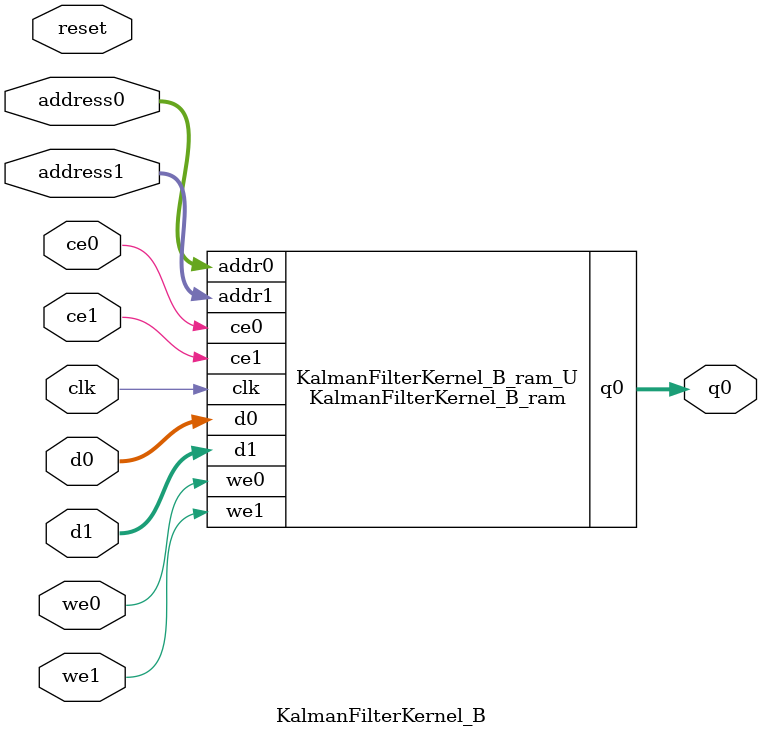
<source format=v>
`timescale 1 ns / 1 ps
module KalmanFilterKernel_B_ram (addr0, ce0, d0, we0, q0, addr1, ce1, d1, we1,  clk);

parameter DWIDTH = 32;
parameter AWIDTH = 5;
parameter MEM_SIZE = 18;

input[AWIDTH-1:0] addr0;
input ce0;
input[DWIDTH-1:0] d0;
input we0;
output reg[DWIDTH-1:0] q0;
input[AWIDTH-1:0] addr1;
input ce1;
input[DWIDTH-1:0] d1;
input we1;
input clk;

reg [DWIDTH-1:0] ram[0:MEM_SIZE-1];




always @(posedge clk)  
begin 
    if (ce0) begin
        if (we0) 
            ram[addr0] <= d0; 
        q0 <= ram[addr0];
    end
end


always @(posedge clk)  
begin 
    if (ce1) begin
        if (we1) 
            ram[addr1] <= d1; 
    end
end


endmodule

`timescale 1 ns / 1 ps
module KalmanFilterKernel_B(
    reset,
    clk,
    address0,
    ce0,
    we0,
    d0,
    q0,
    address1,
    ce1,
    we1,
    d1);

parameter DataWidth = 32'd32;
parameter AddressRange = 32'd18;
parameter AddressWidth = 32'd5;
input reset;
input clk;
input[AddressWidth - 1:0] address0;
input ce0;
input we0;
input[DataWidth - 1:0] d0;
output[DataWidth - 1:0] q0;
input[AddressWidth - 1:0] address1;
input ce1;
input we1;
input[DataWidth - 1:0] d1;



KalmanFilterKernel_B_ram KalmanFilterKernel_B_ram_U(
    .clk( clk ),
    .addr0( address0 ),
    .ce0( ce0 ),
    .we0( we0 ),
    .d0( d0 ),
    .q0( q0 ),
    .addr1( address1 ),
    .ce1( ce1 ),
    .we1( we1 ),
    .d1( d1 ));

endmodule


</source>
